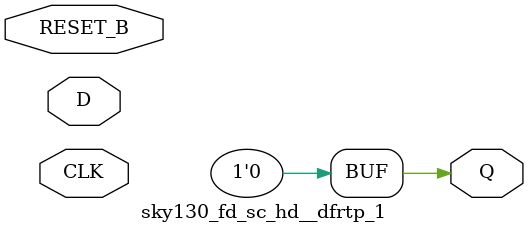
<source format=v>
module sky130_fd_sc_hd__dfrtp_1(	// file.cleaned.mlir:2:3
  input  CLK,	// file.cleaned.mlir:2:42
         D,	// file.cleaned.mlir:2:56
         RESET_B,	// file.cleaned.mlir:2:68
  output Q	// file.cleaned.mlir:2:87
);

  assign Q = 1'h0;	// file.cleaned.mlir:3:14, :4:5
endmodule


</source>
